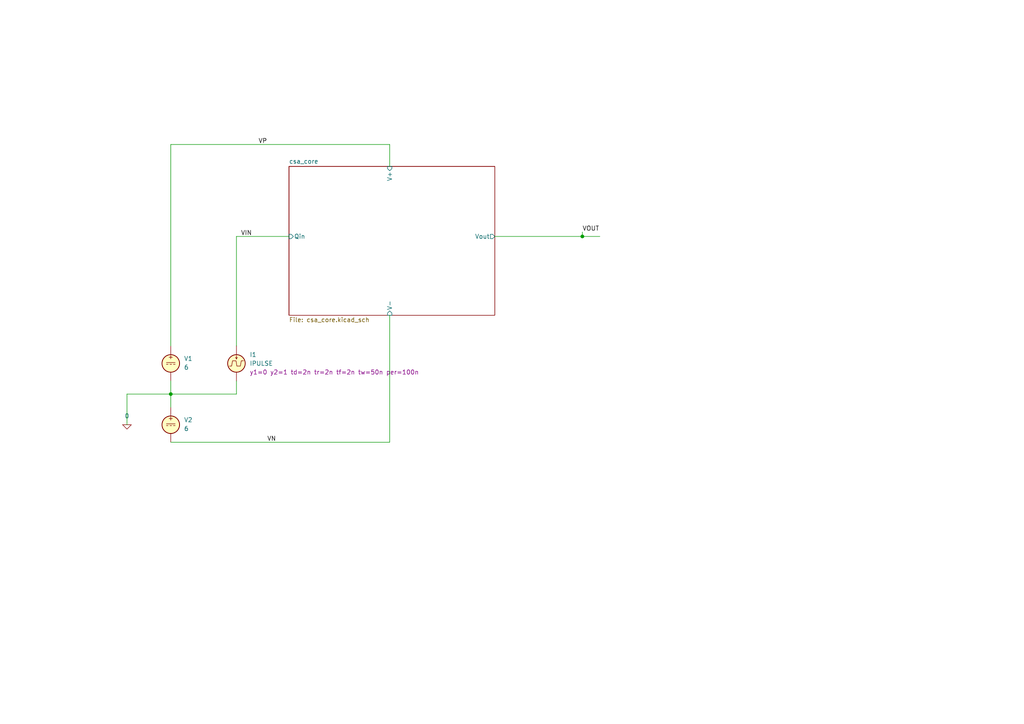
<source format=kicad_sch>
(kicad_sch (version 20231120) (generator "eeschema") (generator_version "8.0")
  (paper "A4")
  (lib_symbols
    (symbol "Simulation_SPICE:0" (power) (pin_numbers hide) (pin_names (offset 0) hide)
      (property "Value" "0" (at 0 -2.54 0))
      (symbol "0_0_1"
        (polyline (pts (xy -1.27 0) (xy 0 -1.27) (xy 1.27 0) (xy -1.27 0)))
      )
      (symbol "0_1_1"
        (pin power_in line (at 0 0 0) (length 0) (name "~") (number "1"))
      )
    )
    (symbol "Simulation_SPICE:IPULSE" (pin_numbers hide) (pin_names (offset 0.0254))
      (property "Reference" "I" (at 2.54 2.54 0))
      (property "Value" "IPULSE" (at 2.54 0 0))
      (property "Sim.Params" "y1=0 y2=1 td=2n tr=2n tf=2n tw=50n per=100n" (at 2.54 -2.54 0))
      (symbol "IPULSE_0_0"
        (polyline (pts (xy -2.032 -0.762) (xy -1.397 -0.762) (xy -1.143 0.762) (xy -0.127 0.762) (xy 0.127 -0.762) (xy 1.143 -0.762) (xy 1.397 0.762) (xy 2.032 0.762)))
      )
      (symbol "IPULSE_0_1"
        (polyline (pts (xy 0 1.27) (xy 0 2.286)))
        (polyline (pts (xy -0.254 1.778) (xy 0 1.27) (xy 0.254 1.778)))
        (circle (center 0 0) (radius 2.54) (stroke (width 0.254)) (fill (type background)))
      )
      (symbol "IPULSE_1_1"
        (pin passive line (at 0 5.08 270) (length 2.54) (name "~") (number "1"))
        (pin passive line (at 0 -5.08 90) (length 2.54) (name "~") (number "2"))
      )
    )
    (symbol "Simulation_SPICE:VDC" (pin_numbers hide) (pin_names (offset 0.0254))
      (property "Reference" "V" (at 2.54 2.54 0))
      (property "Value" "1" (at 2.54 0 0))
      (symbol "VDC_0_0"
        (polyline (pts (xy -1.27 0.254) (xy 1.27 0.254)))
        (polyline (pts (xy -0.762 -0.254) (xy -1.27 -0.254)))
        (polyline (pts (xy 0.254 -0.254) (xy -0.254 -0.254)))
        (polyline (pts (xy 1.27 -0.254) (xy 0.762 -0.254)))
        (text "+" (at 0 1.905 0) (effects (font (size 1.27 1.27))))
      )
      (symbol "VDC_0_1"
        (circle (center 0 0) (radius 2.54) (stroke (width 0.254)) (fill (type background)))
      )
      (symbol "VDC_1_1"
        (pin passive line (at 0 5.08 270) (length 2.54) (name "~") (number "1"))
        (pin passive line (at 0 -5.08 90) (length 2.54) (name "~") (number "2"))
      )
    )
  )
  (junction (at 168.91 68.58))
  (junction (at 49.53 114.3))
  (wire (pts (xy 36.83 123.19) (xy 36.83 114.3)))
  (wire (pts (xy 49.53 110.49) (xy 49.53 114.3)))
  (wire (pts (xy 36.83 114.3) (xy 49.53 114.3)))
  (wire (pts (xy 83.82 68.58) (xy 68.58 68.58)))
  (wire (pts (xy 143.51 68.58) (xy 168.91 68.58)))
  (wire (pts (xy 49.53 100.33) (xy 49.53 41.91)))
  (wire (pts (xy 68.58 114.3) (xy 49.53 114.3)))
  (wire (pts (xy 49.53 114.3) (xy 49.53 118.11)))
  (wire (pts (xy 168.91 67.31) (xy 168.91 68.58)))
  (wire (pts (xy 113.03 41.91) (xy 113.03 48.26)))
  (wire (pts (xy 68.58 68.58) (xy 68.58 100.33)))
  (wire (pts (xy 68.58 110.49) (xy 68.58 114.3)))
  (wire (pts (xy 49.53 128.27) (xy 113.03 128.27)))
  (wire (pts (xy 49.53 41.91) (xy 113.03 41.91)))
  (wire (pts (xy 168.91 68.58) (xy 173.99 68.58)))
  (wire (pts (xy 113.03 128.27) (xy 113.03 91.44)))
  (label "VIN" (at 69.85 68.58 0))
  (label "VP" (at 74.93 41.91 0))
  (label "VOUT" (at 168.91 67.31 0))
  (label "VN" (at 77.47 128.27 0))
  (symbol (lib_id "Simulation_SPICE:VDC") (at 49.53 105.41 0) (unit 1)
    (property "Reference" "V1" (at 53.34 104.0101 0) (effects (justify left)))
    (property "Value" "6" (at 53.34 106.5501 0) (effects (justify left)))
    (property "Datasheet" "https://ngspice.sourceforge.io/docs/ngspice-html-manual/manual.xhtml#sec_Independent_Sources_for" (effects (hide yes)))
    (property "Description" "Voltage source, DC" (effects (hide yes)))
    (property "Sim.Pins" "1=+ 2=-" (effects (hide yes)))
    (property "Sim.Type" "DC" (effects (hide yes)))
    (property "Sim.Device" "V" (effects (hide yes)))
  )
  (symbol (lib_id "Simulation_SPICE:IPULSE") (at 68.58 105.41 0) (unit 1)
    (property "Reference" "I1" (at 72.39 102.8699 0) (effects (justify left)))
    (property "Value" "IPULSE" (at 72.39 105.4099 0) (effects (justify left)))
    (property "Datasheet" "https://ngspice.sourceforge.io/docs/ngspice-html-manual/manual.xhtml#sec_Independent_Sources_for" (effects (hide yes)))
    (property "Description" "Current source, pulse" (effects (hide yes)))
    (property "Sim.Pins" "1=+ 2=-" (effects (hide yes)))
    (property "Sim.Device" "I" (effects (hide yes)))
    (property "Sim.Type" "PULSE" (effects (hide yes)))
    (property "Sim.Params" "y1=0 y2=1 td=2n tr=2n tf=2n tw=50n per=100n" (at 72.39 107.9499 0) (effects (justify left)))
  )
  (symbol (lib_id "Simulation_SPICE:0") (at 36.83 123.19 0) (unit 1)
    (property "Reference" "#GND01" (effects (hide yes)))
    (property "Value" "0" (at 36.83 120.65 0))
    (property "Datasheet" "https://ngspice.sourceforge.io/docs/ngspice-html-manual/manual.xhtml#subsec_Circuit_elements__device" (effects (hide yes)))
    (property "Description" "0V reference potential for simulation" (effects (hide yes)))
  )
  (symbol (lib_id "Simulation_SPICE:VDC") (at 49.53 123.19 0) (unit 1)
    (property "Reference" "V2" (at 53.34 121.7901 0) (effects (justify left)))
    (property "Value" "6" (at 53.34 124.3301 0) (effects (justify left)))
    (property "Datasheet" "https://ngspice.sourceforge.io/docs/ngspice-html-manual/manual.xhtml#sec_Independent_Sources_for" (effects (hide yes)))
    (property "Description" "Voltage source, DC" (effects (hide yes)))
    (property "Sim.Pins" "1=+ 2=-" (effects (hide yes)))
    (property "Sim.Type" "DC" (effects (hide yes)))
    (property "Sim.Device" "V" (effects (hide yes)))
  )
  (sheet (at 83.82 48.26) (size 59.69 43.18) (stroke (width 0.1524))
    (property "Sheetname" "csa_core" (at 83.82 47.5484 0) (effects (justify left bottom)))
    (property "Sheetfile" "csa_core.kicad_sch" (at 83.82 92.0246 0) (effects (justify left top)))
    (pin "Vout" output (at 143.51 68.58 0))
    (pin "Qin" input (at 83.82 68.58 180))
    (pin "V+" input (at 113.03 48.26 90))
    (pin "V-" input (at 113.03 91.44 270))
  )
)
</source>
